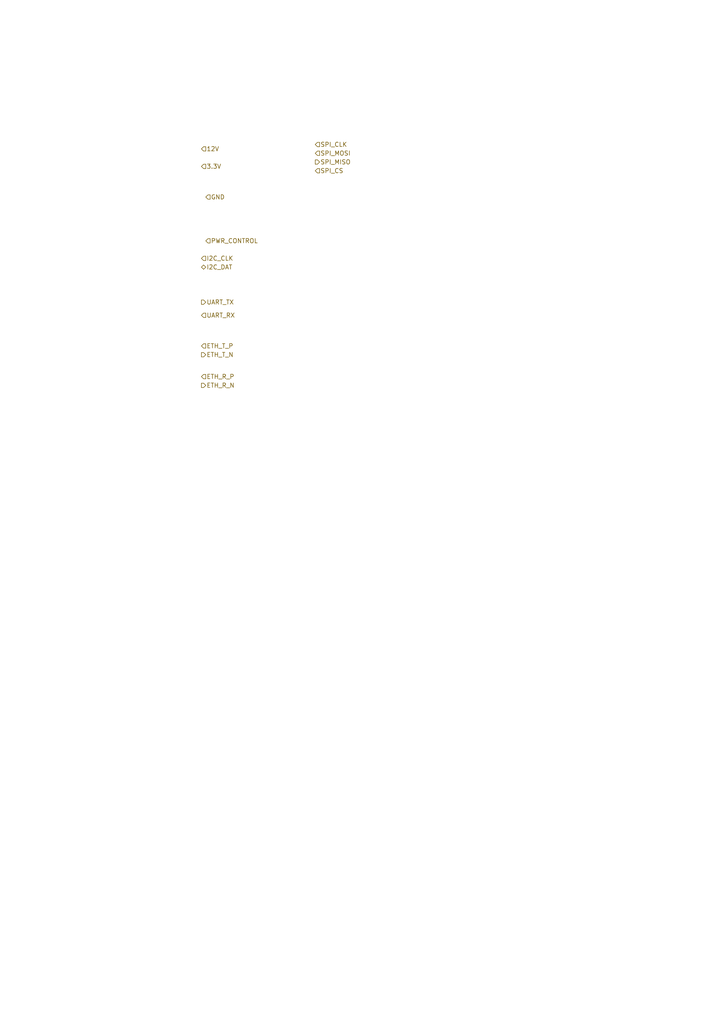
<source format=kicad_sch>
(kicad_sch (version 20210621) (generator eeschema)
  (paper "A4" portrait)
  (lib_symbols)
  (hierarchical_label "12V" (shape input) (at 58.42 43.18 0))
  (hierarchical_label "3.3V" (shape input) (at 58.42 48.26 0))
  (hierarchical_label "I2C_CLK" (shape input) (at 58.42 74.93 0))
  (hierarchical_label "I2C_DAT" (shape bidirectional) (at 58.42 77.47 0))
  (hierarchical_label "UART_TX" (shape output) (at 58.42 87.63 0))
  (hierarchical_label "UART_RX" (shape input) (at 58.42 91.44 0))
  (hierarchical_label "ETH_T_P" (shape input) (at 58.42 100.33 0))
  (hierarchical_label "ETH_T_N" (shape output) (at 58.42 102.87 0))
  (hierarchical_label "ETH_R_P" (shape input) (at 58.42 109.22 0))
  (hierarchical_label "ETH_R_N" (shape output) (at 58.42 111.76 0))
  (hierarchical_label "GND" (shape input) (at 59.69 57.15 0))
  (hierarchical_label "PWR_CONTROL" (shape input) (at 59.69 69.85 0))
  (hierarchical_label "SPI_CLK" (shape input) (at 91.44 41.91 0))
  (hierarchical_label "SPI_MOSI" (shape input) (at 91.44 44.45 0))
  (hierarchical_label "SPI_MISO" (shape output) (at 91.44 46.99 0))
  (hierarchical_label "SPI_CS" (shape input) (at 91.44 49.53 0))
)
</source>
